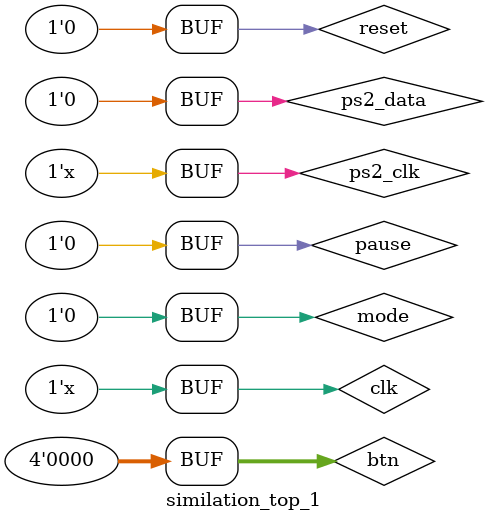
<source format=v>
`timescale 1ns / 1ps


module similation_top_1(

    );
   reg clk;
   reg mode;
   reg reset;
   reg [3:0] btn;
   reg pause;
   reg ps2_clk;
   reg ps2_data;
   wire HS;
   wire VS;
   wire [3:0] R,G,B;
 //  wire [31:0] score_out;
  // wire [31:0] food_count_out;
   
   top top_uut(
   .clk(clk),
   .mode(mode),
   .btn(btn),
   .reset(reset),
   .pause(pause),
   .ps2_clk(ps2_clk),
   .ps2_data(ps2_data),
   .HS(HS),
   .VS(VS),
   .R(R),
   .G(G),
   .B(B)
   //.score_out(score_out),
   //.food_count_out(food_count_out)
   ); 
   
   initial begin
        clk = 0;
        mode = 0;
        btn = 4'b0;
        reset = 1;
        pause = 0;
        ps2_clk = 0;
        ps2_data = 0;
        
        #100;
        reset = 0;
        #100;
        reset = 1;
        #100;
        reset = 0;
        #100; 
        
        ps2_data = 8'h5A;
        #1000000;
   end
   
   always begin
     #5 clk = ~clk;
    end
    
    always begin
       #100 ps2_clk = ~ps2_clk;
    end
    

endmodule

</source>
